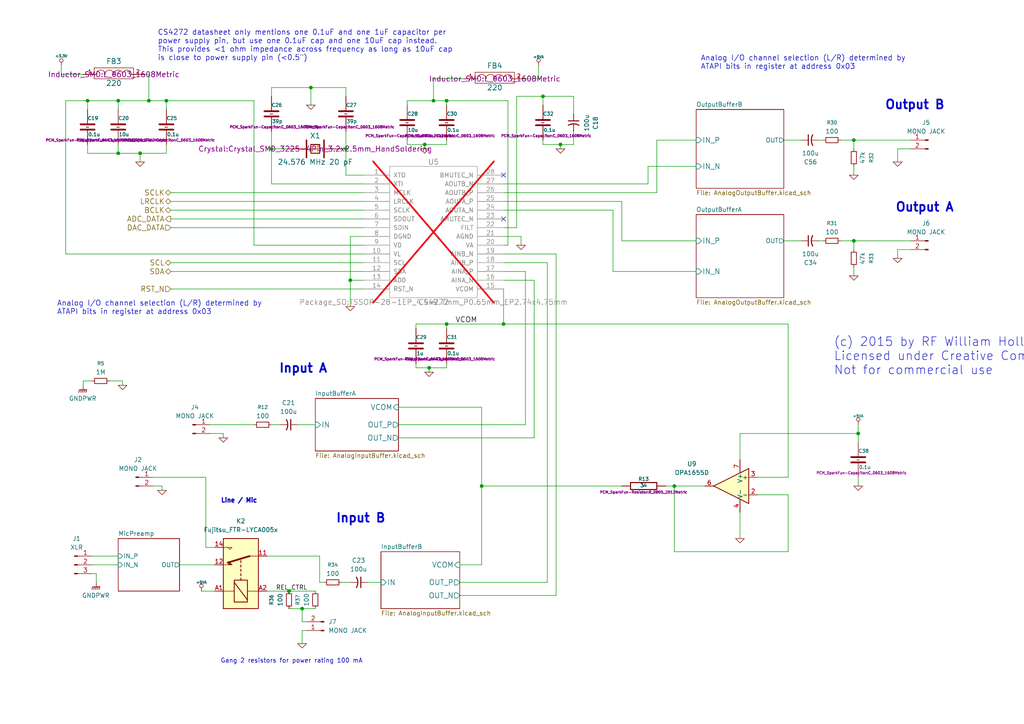
<source format=kicad_sch>
(kicad_sch (version 20250114) (generator "eeschema") (generator_version "9.0")
  (paper "A4")
  (title_block (title "24 bit audio board for Teensy 3.x") (date "10 may 2015") (rev "0.1a") (company "RF William Hollender"))
  (text "Gang 2 resistors for power rating 100 mA\n" (at 84.582 191.77 0) (effects (font (size 1.27 1.27))))
  (text "Output B" (at 256.54 32.004 0) (effects (font (size 2.54 2.54) (thickness 0.508) (bold yes)) (justify left bottom)))
  (text "CS4272 datasheet only mentions one 0.1uF and one 1uF capacitor per\npower supply pin, but use one 0.1uF cap and one 10uF cap instead.\nThis provides <1 ohm impedance across frequency as long as 10uF cap\nis close to power supply pin (<0.5\")" (at 45.72 17.78 0) (effects (font (size 1.524 1.524)) (justify left bottom)))
  (text "Input B" (at 97.282 151.892 0) (effects (font (size 2.54 2.54) (thickness 0.508) (bold yes)) (justify left bottom)))
  (text "(c) 2015 by RF William Hollender (whollender@gmail.com)\nLicensed under Creative Commons CC-BY-SA-NC v4.0\nNot for commercial use" (at 241.808 108.966 0) (effects (font (size 2.54 2.54)) (justify left bottom)))
  (text "Analog I/O channel selection (L/R) determined by\nATAPI bits in register at address 0x03" (at 16.51 91.44 0) (effects (font (size 1.524 1.524)) (justify left bottom)))
  (text "Line / Mic" (at 64.008 146.05 0) (effects (font (size 1.27 1.27) (thickness 0.508) (bold yes)) (justify left bottom)))
  (text "Output A" (at 259.588 61.722 0) (effects (font (size 2.54 2.54) (thickness 0.508) (bold yes)) (justify left bottom)))
  (text "Input A" (at 80.772 108.458 0) (effects (font (size 2.54 2.54) (thickness 0.508) (bold yes)) (justify left bottom)))
  (text "Analog I/O channel selection (L/R) determined by\nATAPI bits in register at address 0x03" (at 203.2 20.32 0) (effects (font (size 1.524 1.524)) (justify left bottom)))
  (junction (at 124.46 106.68))
  (junction (at 78.74 43.18))
  (junction (at 25.4 29.21))
  (junction (at 129.54 93.98))
  (junction (at 247.65 69.85))
  (junction (at 43.18 29.21))
  (junction (at 101.6 81.28))
  (junction (at 139.7 140.97))
  (junction (at 87.63 176.53))
  (junction (at 125.73 29.21))
  (junction (at 34.29 29.21))
  (junction (at 247.65 40.64))
  (junction (at 90.17 25.4))
  (junction (at 34.29 44.45))
  (junction (at 195.58 140.97))
  (junction (at 48.26 29.21))
  (junction (at 123.19 41.91))
  (junction (at 40.64 44.45))
  (junction (at 129.54 29.21))
  (junction (at 146.05 93.98))
  (junction (at 100.33 43.18))
  (junction (at 162.56 41.91))
  (junction (at 157.48 27.94))
  (junction (at 248.92 125.73))
  (junction (at 83.82 171.45))
  (no_connect (at 146.05 63.5))
  (no_connect (at 146.05 50.8))
  (wire (pts (xy 158.75 76.2) (xy 146.05 76.2)))
  (wire (pts (xy 78.74 53.34) (xy 105.41 53.34)))
  (wire (pts (xy 247.65 40.64) (xy 264.16 40.64)))
  (wire (pts (xy 243.84 69.85) (xy 247.65 69.85)))
  (wire (pts (xy 146.05 60.96) (xy 177.8 60.96)))
  (wire (pts (xy 180.34 69.85) (xy 201.93 69.85)))
  (wire (pts (xy 64.77 127) (xy 64.77 125.73)))
  (wire (pts (xy 41.91 21.59) (xy 43.18 21.59)))
  (wire (pts (xy 48.26 31.75) (xy 48.26 29.21)))
  (wire (pts (xy 146.05 83.82) (xy 146.05 93.98)))
  (wire (pts (xy 247.65 48.26) (xy 247.65 50.8)))
  (wire (pts (xy 156.21 22.86) (xy 152.4 22.86)))
  (wire (pts (xy 24.13 111.76) (xy 24.13 110.49)))
  (wire (pts (xy 115.57 127) (xy 154.94 127)))
  (wire (pts (xy 87.63 180.34) (xy 87.63 176.53)))
  (wire (pts (xy 129.54 93.98) (xy 146.05 93.98)))
  (wire (pts (xy 25.4 44.45) (xy 25.4 41.91)))
  (wire (pts (xy 134.62 22.86) (xy 125.73 22.86)))
  (wire (pts (xy 129.54 106.68) (xy 129.54 105.41)))
  (wire (pts (xy 105.41 60.96) (xy 49.53 60.96)))
  (wire (pts (xy 26.67 166.37) (xy 27.94 166.37)))
  (wire (pts (xy 17.78 21.59) (xy 17.78 19.05)))
  (wire (pts (xy 73.66 29.21) (xy 48.26 29.21)))
  (wire (pts (xy 139.7 140.97) (xy 139.7 163.83)))
  (wire (pts (xy 35.56 110.49) (xy 35.56 111.76)))
  (wire (pts (xy 78.74 123.19) (xy 81.28 123.19)))
  (wire (pts (xy 83.82 176.53) (xy 87.63 176.53)))
  (wire (pts (xy 139.7 118.11) (xy 139.7 140.97)))
  (wire (pts (xy 228.6 160.02) (xy 195.58 160.02)))
  (wire (pts (xy 237.49 40.64) (xy 238.76 40.64)))
  (wire (pts (xy 34.29 44.45) (xy 40.64 44.45)))
  (wire (pts (xy 100.33 50.8) (xy 105.41 50.8)))
  (wire (pts (xy 180.34 58.42) (xy 180.34 69.85)))
  (wire (pts (xy 180.34 140.97) (xy 139.7 140.97)))
  (wire (pts (xy 123.19 41.91) (xy 129.54 41.91)))
  (wire (pts (xy 146.05 55.88) (xy 190.5 55.88)))
  (wire (pts (xy 46.99 140.97) (xy 46.99 142.24)))
  (wire (pts (xy 214.63 148.59) (xy 214.63 156.21)))
  (wire (pts (xy 105.41 78.74) (xy 49.53 78.74)))
  (wire (pts (xy 146.05 71.12) (xy 147.32 71.12)))
  (wire (pts (xy 25.4 44.45) (xy 34.29 44.45)))
  (wire (pts (xy 133.35 168.91) (xy 158.75 168.91)))
  (wire (pts (xy 77.47 161.29) (xy 92.71 161.29)))
  (wire (pts (xy 158.75 76.2) (xy 158.75 168.91)))
  (wire (pts (xy 115.57 123.19) (xy 152.4 123.19)))
  (wire (pts (xy 260.35 74.93) (xy 260.35 72.39)))
  (wire (pts (xy 27.94 166.37) (xy 27.94 168.91)))
  (wire (pts (xy 87.63 182.88) (xy 88.9 182.88)))
  (wire (pts (xy 48.26 44.45) (xy 48.26 41.91)))
  (wire (pts (xy 105.41 73.66) (xy 19.05 73.66)))
  (wire (pts (xy 48.26 29.21) (xy 43.18 29.21)))
  (wire (pts (xy 101.6 81.28) (xy 101.6 88.9)))
  (wire (pts (xy 157.48 27.94) (xy 166.37 27.94)))
  (wire (pts (xy 26.67 163.83) (xy 34.29 163.83)))
  (wire (pts (xy 64.77 125.73) (xy 60.96 125.73)))
  (wire (pts (xy 34.29 41.91) (xy 34.29 44.45)))
  (wire (pts (xy 78.74 25.4) (xy 78.74 27.94)))
  (wire (pts (xy 118.11 41.91) (xy 123.19 41.91)))
  (wire (pts (xy 25.4 29.21) (xy 19.05 29.21)))
  (wire (pts (xy 105.41 71.12) (xy 73.66 71.12)))
  (wire (pts (xy 24.13 110.49) (xy 26.67 110.49)))
  (wire (pts (xy 247.65 77.47) (xy 247.65 80.01)))
  (wire (pts (xy 124.46 107.95) (xy 124.46 106.68)))
  (wire (pts (xy 106.68 168.91) (xy 110.49 168.91)))
  (wire (pts (xy 214.63 125.73) (xy 214.63 133.35)))
  (wire (pts (xy 227.33 40.64) (xy 232.41 40.64)))
  (wire (pts (xy 60.96 123.19) (xy 73.66 123.19)))
  (wire (pts (xy 78.74 38.1) (xy 78.74 43.18)))
  (wire (pts (xy 87.63 186.69) (xy 87.63 182.88)))
  (wire (pts (xy 147.32 71.12) (xy 147.32 29.21)))
  (wire (pts (xy 31.75 110.49) (xy 35.56 110.49)))
  (wire (pts (xy 154.94 81.28) (xy 146.05 81.28)))
  (wire (pts (xy 193.04 140.97) (xy 195.58 140.97)))
  (wire (pts (xy 190.5 40.64) (xy 201.93 40.64)))
  (wire (pts (xy 120.65 105.41) (xy 120.65 106.68)))
  (wire (pts (xy 49.53 55.88) (xy 105.41 55.88)))
  (wire (pts (xy 73.66 71.12) (xy 73.66 29.21)))
  (wire (pts (xy 154.94 127) (xy 154.94 81.28)))
  (wire (pts (xy 161.29 73.66) (xy 146.05 73.66)))
  (wire (pts (xy 59.69 158.75) (xy 62.23 158.75)))
  (wire (pts (xy 157.48 41.91) (xy 162.56 41.91)))
  (wire (pts (xy 87.63 176.53) (xy 91.44 176.53)))
  (wire (pts (xy 195.58 140.97) (xy 204.47 140.97)))
  (wire (pts (xy 125.73 29.21) (xy 118.11 29.21)))
  (wire (pts (xy 52.07 163.83) (xy 62.23 163.83)))
  (wire (pts (xy 149.86 27.94) (xy 157.48 27.94)))
  (wire (pts (xy 129.54 95.25) (xy 129.54 93.98)))
  (wire (pts (xy 219.71 138.43) (xy 228.6 138.43)))
  (wire (pts (xy 49.53 83.82) (xy 105.41 83.82)))
  (wire (pts (xy 151.13 68.58) (xy 151.13 71.12)))
  (wire (pts (xy 146.05 68.58) (xy 151.13 68.58)))
  (wire (pts (xy 147.32 29.21) (xy 129.54 29.21)))
  (wire (pts (xy 146.05 53.34) (xy 187.96 53.34)))
  (wire (pts (xy 49.53 63.5) (xy 105.41 63.5)))
  (wire (pts (xy 105.41 81.28) (xy 101.6 81.28)))
  (wire (pts (xy 100.33 43.18) (xy 100.33 50.8)))
  (wire (pts (xy 43.18 21.59) (xy 43.18 29.21)))
  (wire (pts (xy 139.7 163.83) (xy 133.35 163.83)))
  (wire (pts (xy 157.48 30.48) (xy 157.48 27.94)))
  (wire (pts (xy 146.05 58.42) (xy 180.34 58.42)))
  (wire (pts (xy 120.65 93.98) (xy 129.54 93.98)))
  (wire (pts (xy 118.11 40.64) (xy 118.11 41.91)))
  (wire (pts (xy 59.69 138.43) (xy 59.69 158.75)))
  (wire (pts (xy 40.64 46.99) (xy 40.64 44.45)))
  (wire (pts (xy 139.7 118.11) (xy 115.57 118.11)))
  (wire (pts (xy 187.96 48.26) (xy 201.93 48.26)))
  (wire (pts (xy 120.65 106.68) (xy 124.46 106.68)))
  (wire (pts (xy 105.41 66.04) (xy 49.53 66.04)))
  (wire (pts (xy 44.45 138.43) (xy 59.69 138.43)))
  (wire (pts (xy 161.29 73.66) (xy 161.29 172.72)))
  (wire (pts (xy 92.71 161.29) (xy 92.71 168.91)))
  (wire (pts (xy 91.44 171.45) (xy 83.82 171.45)))
  (wire (pts (xy 19.05 73.66) (xy 19.05 29.21)))
  (wire (pts (xy 78.74 43.18) (xy 78.74 53.34)))
  (wire (pts (xy 149.86 66.04) (xy 146.05 66.04)))
  (wire (pts (xy 129.54 29.21) (xy 125.73 29.21)))
  (wire (pts (xy 40.64 44.45) (xy 48.26 44.45)))
  (wire (pts (xy 260.35 46.99) (xy 260.35 43.18)))
  (wire (pts (xy 44.45 140.97) (xy 46.99 140.97)))
  (wire (pts (xy 26.67 161.29) (xy 34.29 161.29)))
  (wire (pts (xy 58.42 171.45) (xy 62.23 171.45)))
  (wire (pts (xy 190.5 55.88) (xy 190.5 40.64)))
  (wire (pts (xy 86.36 123.19) (xy 91.44 123.19)))
  (wire (pts (xy 248.92 138.43) (xy 248.92 140.97)))
  (wire (pts (xy 90.17 25.4) (xy 100.33 25.4)))
  (wire (pts (xy 260.35 72.39) (xy 264.16 72.39)))
  (wire (pts (xy 24.13 21.59) (xy 17.78 21.59)))
  (wire (pts (xy 129.54 41.91) (xy 129.54 40.64)))
  (wire (pts (xy 90.17 30.48) (xy 90.17 25.4)))
  (wire (pts (xy 120.65 93.98) (xy 120.65 95.25)))
  (wire (pts (xy 187.96 53.34) (xy 187.96 48.26)))
  (wire (pts (xy 129.54 30.48) (xy 129.54 29.21)))
  (wire (pts (xy 247.65 40.64) (xy 247.65 43.18)))
  (wire (pts (xy 92.71 168.91) (xy 93.98 168.91)))
  (wire (pts (xy 149.86 27.94) (xy 149.86 66.04)))
  (wire (pts (xy 248.92 128.27) (xy 248.92 125.73)))
  (wire (pts (xy 177.8 60.96) (xy 177.8 78.74)))
  (wire (pts (xy 100.33 38.1) (xy 100.33 43.18)))
  (wire (pts (xy 105.41 68.58) (xy 101.6 68.58)))
  (wire (pts (xy 118.11 29.21) (xy 118.11 30.48)))
  (wire (pts (xy 123.19 43.18) (xy 123.19 41.91)))
  (wire (pts (xy 248.92 125.73) (xy 248.92 123.19)))
  (wire (pts (xy 260.35 43.18) (xy 264.16 43.18)))
  (wire (pts (xy 146.05 93.98) (xy 228.6 93.98)))
  (wire (pts (xy 88.9 180.34) (xy 87.63 180.34)))
  (wire (pts (xy 125.73 22.86) (xy 125.73 29.21)))
  (wire (pts (xy 124.46 106.68) (xy 129.54 106.68)))
  (wire (pts (xy 34.29 29.21) (xy 25.4 29.21)))
  (wire (pts (xy 49.53 58.42) (xy 105.41 58.42)))
  (wire (pts (xy 195.58 160.02) (xy 195.58 140.97)))
  (wire (pts (xy 100.33 25.4) (xy 100.33 27.94)))
  (wire (pts (xy 157.48 40.64) (xy 157.48 41.91)))
  (wire (pts (xy 49.53 76.2) (xy 105.41 76.2)))
  (wire (pts (xy 156.21 19.05) (xy 156.21 22.86)))
  (wire (pts (xy 219.71 143.51) (xy 228.6 143.51)))
  (wire (pts (xy 247.65 69.85) (xy 247.65 72.39)))
  (wire (pts (xy 152.4 78.74) (xy 146.05 78.74)))
  (wire (pts (xy 177.8 78.74) (xy 201.93 78.74)))
  (wire (pts (xy 166.37 27.94) (xy 166.37 33.02)))
  (wire (pts (xy 237.49 69.85) (xy 238.76 69.85)))
  (wire (pts (xy 25.4 29.21) (xy 25.4 31.75)))
  (wire (pts (xy 133.35 172.72) (xy 161.29 172.72)))
  (wire (pts (xy 162.56 43.18) (xy 162.56 41.91)))
  (wire (pts (xy 152.4 123.19) (xy 152.4 78.74)))
  (wire (pts (xy 228.6 93.98) (xy 228.6 138.43)))
  (wire (pts (xy 78.74 25.4) (xy 90.17 25.4)))
  (wire (pts (xy 43.18 29.21) (xy 34.29 29.21)))
  (wire (pts (xy 214.63 125.73) (xy 248.92 125.73)))
  (wire (pts (xy 166.37 38.1) (xy 166.37 41.91)))
  (wire (pts (xy 228.6 143.51) (xy 228.6 160.02)))
  (wire (pts (xy 243.84 40.64) (xy 247.65 40.64)))
  (wire (pts (xy 247.65 69.85) (xy 264.16 69.85)))
  (wire (pts (xy 101.6 68.58) (xy 101.6 81.28)))
  (wire (pts (xy 83.82 43.18) (xy 78.74 43.18)))
  (wire (pts (xy 99.06 43.18) (xy 100.33 43.18)))
  (wire (pts (xy 99.06 168.91) (xy 101.6 168.91)))
  (wire (pts (xy 162.56 41.91) (xy 166.37 41.91)))
  (wire (pts (xy 77.47 171.45) (xy 83.82 171.45)))
  (wire (pts (xy 34.29 31.75) (xy 34.29 29.21)))
  (wire (pts (xy 227.33 69.85) (xy 232.41 69.85)))
  (label "REL_CTRL" (at 80.01 171.45 0))
  (label "VCOM" (at 138.43 93.98 180) (effects (font (size 1.524 1.524))))
  (hierarchical_label "SDA" (shape bidirectional) (at 49.53 78.74 180) (effects (font (size 1.524 1.524))))
  (hierarchical_label "SCL" (shape bidirectional) (at 49.53 76.2 180) (effects (font (size 1.524 1.524))))
  (hierarchical_label "BCLK" (shape bidirectional) (at 49.53 60.96 180) (effects (font (size 1.524 1.524))))
  (hierarchical_label "DAC_DATA" (shape input) (at 49.53 66.04 180) (effects (font (size 1.524 1.524))))
  (hierarchical_label "RST_N" (shape input) (at 49.53 83.82 180) (effects (font (size 1.524 1.524))))
  (hierarchical_label "LRCLK" (shape bidirectional) (at 49.53 58.42 180) (effects (font (size 1.524 1.524))))
  (hierarchical_label "SCLK" (shape bidirectional) (at 49.53 55.88 180) (effects (font (size 1.524 1.524))))
  (hierarchical_label "ADC_DATA" (shape output) (at 49.53 63.5 180) (effects (font (size 1.524 1.524))))
  (symbol (lib_name "CS4272_2") (lib_id "SuperAudioBoard-rescue:CS4272") (at 125.73 67.31 0) (unit 1) (dnp yes)
    (property "Reference" "U5" (at 125.73 46.99 0) (effects (font (size 1.524 1.524))))
    (property "Value" "CS4272" (at 125.73 87.63 0) (effects (font (size 1.524 1.524))))
    (property "Footprint" "Package_SO:TSSOP-28-1EP_4.4x9.7mm_P0.65mm_EP2.74x4.75mm" (at 125.73 87.63 0) (effects (font (size 1.524 1.524))))
    (property "Datasheet" "~" (at 125.73 87.63 0) (effects (font (size 1.524 1.524))))
    (property "MFG 1 Name" "Cirrus Logic" (effects (hide yes)))
    (property "MFG1 PN" "CS4272-CZZ" (effects (hide yes)))
    (property "MPN" "CS4272" (effects (hide yes)))
  )
  (symbol (lib_name "CRYSTAL_2") (lib_id "SuperAudioBoard-rescue:CRYSTAL") (at 91.44 43.18 0) (unit 1)
    (property "Reference" "X1" (at 91.44 39.37 0) (effects (font (size 1.524 1.524))))
    (property "Value" "24.576 MHz 20 pF" (at 91.44 46.99 0) (effects (font (size 1.524 1.524))))
    (property "Footprint" "Crystal:Crystal_SMD_3225-4Pin_3.2x2.5mm_HandSoldering" (at 91.44 43.18 0) (effects (font (size 1.524 1.524))))
    (property "Datasheet" "~" (at 91.44 43.18 0) (effects (font (size 1.524 1.524))))
    (property "MFG 1 Name" "ECS" (effects (hide yes)))
    (property "MFG1 PN" "ECS-245.7-20-5PX-TR " (effects (hide yes)))
    (property "MFG 2 Name" "TXC" (effects (hide yes)))
    (property "MFG 2 PN" "9C-24.576MBBK-T" (effects (hide yes)))
    (property "MPN" "ECS-245.7-20-5PX-TR " (effects (hide yes)))
  )
  (symbol (lib_name "C_17") (lib_id "SuperAudioBoard-rescue:C") (at 78.74 33.02 0) (unit 1)
    (property "Reference" "C26" (at 78.74 30.48 0) (effects (font (size 1.016 1.016)) (justify left)))
    (property "Value" "39p" (at 78.8924 35.179 0) (effects (font (size 1.016 1.016)) (justify left)))
    (property "Footprint" "PCM_SparkFun-Capacitor:C_0603_1608Metric" (at 79.7052 36.83 0) (effects (font (size 0.762 0.762))))
    (property "Datasheet" "~" (at 78.74 33.02 0) (effects (font (size 1.524 1.524))))
    (property "MFG 1 Name" "Murata" (effects (hide yes)))
    (property "MFG1 PN" "GRM1885C1H390JA01D" (effects (hide yes)))
    (property "MFG 2 Name" "TDK" (effects (hide yes)))
    (property "MFG 2 PN" "C1608C0G1H390J080AA" (effects (hide yes)))
    (property "MFG 3 Name" "AVX" (effects (hide yes)))
    (property "MFG 3 PN" "06035A390JAT2A" (effects (hide yes)))
    (property "MPN" "KGM15ACG1E390JT" (effects (hide yes)))
  )
  (symbol (lib_name "GND_24") (lib_id "SuperAudioBoard-rescue:GND") (at 90.17 30.48 0) (unit 1)
    (property "Reference" "#PWR026" (effects (hide yes)))
    (property "Value" "GND" (effects (hide yes)))
  )
  (symbol (lib_name "GND_25") (lib_id "SuperAudioBoard-rescue:GND") (at 40.64 46.99 0) (unit 1)
    (property "Reference" "#PWR025" (effects (hide yes)))
    (property "Value" "GND" (effects (hide yes)))
  )
  (symbol (lib_name "+3.3V_2") (lib_id "SuperAudioBoard-rescue:+3.3V") (at 17.78 19.05 0) (unit 1)
    (property "Reference" "#PWR020" (effects (hide yes)))
    (property "Value" "+3.3V" (at 17.78 16.256 0) (effects (font (size 0.762 0.762))))
  )
  (symbol (lib_name "FILTER_4") (lib_id "SuperAudioBoard-rescue:FILTER") (at 33.02 21.59 0) (unit 1)
    (property "Reference" "FB3" (at 33.02 17.78 0) (effects (font (size 1.524 1.524))))
    (property "Value" "220" (at 33.02 24.13 0) (effects (font (size 1.524 1.524))))
    (property "Footprint" "Inductor_SMD:L_0603_1608Metric" (at 33.02 21.59 0) (effects (font (size 1.524 1.524))))
    (property "Datasheet" "~" (at 33.02 21.59 0) (effects (font (size 1.524 1.524))))
    (property "MFG 1 Name" "Murata" (effects (hide yes)))
    (property "MFG1 PN" "BLM18AG221SN1" (effects (hide yes)))
    (property "MFG 2 Name" "TDK" (effects (hide yes)))
    (property "MFG 2 PN" "MMZ1608B221CTAH0" (effects (hide yes)))
    (property "MPN" "MMZ1608B221CTAH0 " (effects (hide yes)))
  )
  (symbol (lib_name "GND_26") (lib_id "SuperAudioBoard-rescue:GND") (at 101.6 88.9 0) (unit 1)
    (property "Reference" "#PWR027" (effects (hide yes)))
    (property "Value" "GND" (effects (hide yes)))
  )
  (symbol (lib_name "GND_27") (lib_id "SuperAudioBoard-rescue:GND") (at 123.19 43.18 0) (unit 1)
    (property "Reference" "#PWR028" (effects (hide yes)))
    (property "Value" "GND" (effects (hide yes)))
  )
  (symbol (lib_name "C_13") (lib_id "SuperAudioBoard-rescue:C") (at 157.48 35.56 0) (unit 1)
    (property "Reference" "C32" (at 157.48 33.02 0) (effects (font (size 1.016 1.016)) (justify left)))
    (property "Value" "0.1u" (at 157.6324 37.719 0) (effects (font (size 1.016 1.016)) (justify left)))
    (property "Footprint" "PCM_SparkFun-Capacitor:C_0603_1608Metric" (at 158.4452 39.37 0) (effects (font (size 0.762 0.762))))
    (property "Datasheet" "~" (at 157.48 35.56 0) (effects (font (size 1.524 1.524))))
    (property "MFG 1 Name" "Murata" (effects (hide yes)))
    (property "MFG1 PN" "GRM188R71E104KA01" (effects (hide yes)))
    (property "MFG 2 Name" "TDK" (effects (hide yes)))
    (property "MFG 2 PN" "C1608X7R1E104K080AA" (effects (hide yes)))
    (property "MPN" "CL10B104KB8NNNL" (effects (hide yes)))
  )
  (symbol (lib_name "GND_18") (lib_id "SuperAudioBoard-rescue:GND") (at 162.56 43.18 0) (unit 1)
    (property "Reference" "#PWR032" (effects (hide yes)))
    (property "Value" "GND" (effects (hide yes)))
  )
  (symbol (lib_name "C_22") (lib_id "SuperAudioBoard-rescue:C") (at 120.65 100.33 0) (unit 1)
    (property "Reference" "C29" (at 120.65 97.79 0) (effects (font (size 1.016 1.016)) (justify left)))
    (property "Value" "1u" (at 120.8024 102.489 0) (effects (font (size 1.016 1.016)) (justify left)))
    (property "Footprint" "PCM_SparkFun-Capacitor:C_0603_1608Metric" (at 121.6152 104.14 0) (effects (font (size 0.762 0.762))))
    (property "Datasheet" "~" (at 120.65 100.33 0) (effects (font (size 1.524 1.524))))
    (property "MFG 1 Name" "TDK" (effects (hide yes)))
    (property "MFG1 PN" "C2012X7R1E105K125AB" (effects (hide yes)))
    (property "MFG 2 Name" "Taiyo Yuden" (effects (hide yes)))
    (property "MFG 2 PN" "TMK212B7105KG-T" (effects (hide yes)))
    (property "MFG 3 Name" "Kemet" (effects (hide yes)))
    (property "MFG 3 PN" "C0805C105K3RACTU" (effects (hide yes)))
    (property "MPN" "CL10B105KP8NNNC" (effects (hide yes)))
  )
  (symbol (lib_name "GND_28") (lib_id "SuperAudioBoard-rescue:GND") (at 124.46 107.95 0) (unit 1)
    (property "Reference" "#PWR029" (effects (hide yes)))
    (property "Value" "GND" (effects (hide yes)))
  )
  (symbol (lib_name "GND_17") (lib_id "SuperAudioBoard-rescue:GND") (at 151.13 71.12 0) (unit 1)
    (property "Reference" "#PWR030" (effects (hide yes)))
    (property "Value" "GND" (effects (hide yes)))
  )
  (symbol (lib_name "+5VA_3") (lib_id "SuperAudioBoard-rescue:+5VA") (at 156.21 19.05 0) (unit 1)
    (property "Reference" "#PWR031" (effects (hide yes)))
    (property "Value" "+5VA" (at 156.21 16.51 0) (effects (font (size 0.762 0.762))))
  )
  (symbol (lib_name "+5VA_4") (lib_id "SuperAudioBoard-rescue:+5VA") (at 248.92 123.19 0) (unit 1)
    (property "Reference" "#PWR036" (effects (hide yes)))
    (property "Value" "+5VA" (at 248.92 120.65 0) (effects (font (size 0.762 0.762))))
  )
  (symbol (lib_name "GND_19") (lib_id "SuperAudioBoard-rescue:GND") (at 248.92 140.97 0) (unit 1)
    (property "Reference" "#PWR035" (effects (hide yes)))
    (property "Value" "GND" (effects (hide yes)))
  )
  (symbol (lib_name "GND_21") (lib_id "SuperAudioBoard-rescue:GND") (at 214.63 156.21 0) (unit 1)
    (property "Reference" "#PWR033" (effects (hide yes)))
    (property "Value" "GND" (effects (hide yes)))
  )
  (symbol (lib_name "R_8") (lib_id "SuperAudioBoard-rescue:R") (at 186.69 140.97 90) (unit 1)
    (property "Reference" "R13" (at 186.69 138.938 90) (effects (font (size 1.016 1.016))))
    (property "Value" "34" (at 186.6646 140.7922 90) (effects (font (size 1.016 1.016))))
    (property "Footprint" "PCM_SparkFun-Resistor:R_0805_2012Metric" (at 186.69 142.748 90) (effects (font (size 0.762 0.762))))
    (property "Datasheet" "~" (at 186.69 140.97 0) (effects (font (size 0.762 0.762))))
    (property "MFG 1 Name" "Yageo" (effects (hide yes)))
    (property "MFG1 PN" "RC0805JR-0710RL" (effects (hide yes)))
    (property "MFG 2 Name" "Vishay Dale" (effects (hide yes)))
    (property "MFG 2 PN" "CRCW080510R0JNEA" (effects (hide yes)))
    (property "MFG 3 Name" "Panasonic" (effects (hide yes)))
    (property "MFG 3 PN" "ERJ-6GEYJ100V" (effects (hide yes)))
    (property "MPN" "CRCW080534R0FKEA" (effects (hide yes)))
  )
  (symbol (lib_name "FILTER_3") (lib_id "SuperAudioBoard-rescue:FILTER") (at 143.51 22.86 0) (unit 1)
    (property "Reference" "FB4" (at 143.51 19.05 0) (effects (font (size 1.524 1.524))))
    (property "Value" "220" (at 143.51 25.4 0) (effects (font (size 1.524 1.524))))
    (property "Footprint" "Inductor_SMD:L_0603_1608Metric" (at 143.51 22.86 0) (effects (font (size 1.524 1.524))))
    (property "Datasheet" "~" (at 143.51 22.86 0) (effects (font (size 1.524 1.524))))
    (property "MFG 1 Name" "Murata" (effects (hide yes)))
    (property "MFG1 PN" "BLM18AG221SN1" (effects (hide yes)))
    (property "MFG 2 Name" "TDK" (effects (hide yes)))
    (property "MFG 2 PN" "MMZ1608B221CTAH0" (effects (hide yes)))
    (property "MPN" "MMZ1608B221CTAH0 " (effects (hide yes)))
  )
  (symbol (lib_name "C_14") (lib_id "SuperAudioBoard-rescue:C") (at 129.54 35.56 0) (unit 1)
    (property "Reference" "C30" (at 129.54 33.02 0) (effects (font (size 1.016 1.016)) (justify left)))
    (property "Value" "0.1u" (at 129.6924 37.719 0) (effects (font (size 1.016 1.016)) (justify left)))
    (property "Footprint" "PCM_SparkFun-Capacitor:C_0603_1608Metric" (at 130.5052 39.37 0) (effects (font (size 0.762 0.762))))
    (property "Datasheet" "~" (at 129.54 35.56 0) (effects (font (size 1.524 1.524))))
    (property "MFG 1 Name" "Murata" (effects (hide yes)))
    (property "MFG1 PN" "GRM188R71E104KA01" (effects (hide yes)))
    (property "MFG 2 Name" "TDK" (effects (hide yes)))
    (property "MFG 2 PN" "C1608X7R1E104K080AA" (effects (hide yes)))
    (property "MPN" "CL10B104KB8NNNL" (effects (hide yes)))
  )
  (symbol (lib_name "C_16") (lib_id "SuperAudioBoard-rescue:C") (at 48.26 36.83 0) (unit 1)
    (property "Reference" "C25" (at 48.26 34.29 0) (effects (font (size 1.016 1.016)) (justify left)))
    (property "Value" "0.1u" (at 48.4124 38.989 0) (effects (font (size 1.016 1.016)) (justify left)))
    (property "Footprint" "PCM_SparkFun-Capacitor:C_0603_1608Metric" (at 49.2252 40.64 0) (effects (font (size 0.762 0.762))))
    (property "Datasheet" "~" (at 48.26 36.83 0) (effects (font (size 1.524 1.524))))
    (property "MFG 1 Name" "Murata" (effects (hide yes)))
    (property "MFG1 PN" "GRM188R71E104KA01" (effects (hide yes)))
    (property "MFG 2 Name" "TDK" (effects (hide yes)))
    (property "MFG 2 PN" "C1608X7R1E104K080AA" (effects (hide yes)))
    (property "MPN" "CL10B104KB8NNNL" (effects (hide yes)))
  )
  (symbol (lib_name "C_19") (lib_id "SuperAudioBoard-rescue:C") (at 25.4 36.83 0) (unit 1)
    (property "Reference" "C19" (at 25.4 34.29 0) (effects (font (size 1.016 1.016)) (justify left)))
    (property "Value" "0.1u" (at 25.5524 38.989 0) (effects (font (size 1.016 1.016)) (justify left)))
    (property "Footprint" "PCM_SparkFun-Capacitor:C_0603_1608Metric" (at 26.3652 40.64 0) (effects (font (size 0.762 0.762))))
    (property "Datasheet" "~" (at 25.4 36.83 0) (effects (font (size 1.524 1.524))))
    (property "MFG 1 Name" "Murata" (effects (hide yes)))
    (property "MFG1 PN" "GRM188R71E104KA01" (effects (hide yes)))
    (property "MFG 2 Name" "TDK" (effects (hide yes)))
    (property "MFG 2 PN" "C1608X7R1E104K080AA" (effects (hide yes)))
    (property "MPN" "CL10B104KB8NNNL" (effects (hide yes)))
  )
  (symbol (lib_name "C_12") (lib_id "SuperAudioBoard-rescue:C") (at 129.54 100.33 0) (unit 1)
    (property "Reference" "C31" (at 129.54 97.79 0) (effects (font (size 1.016 1.016)) (justify left)))
    (property "Value" "0.1u" (at 129.6924 102.489 0) (effects (font (size 1.016 1.016)) (justify left)))
    (property "Footprint" "PCM_SparkFun-Capacitor:C_0603_1608Metric" (at 130.5052 104.14 0) (effects (font (size 0.762 0.762))))
    (property "Datasheet" "~" (at 129.54 100.33 0) (effects (font (size 1.524 1.524))))
    (property "MFG 1 Name" "Murata" (effects (hide yes)))
    (property "MFG1 PN" "GRM188R71E104KA01" (effects (hide yes)))
    (property "MFG 2 Name" "TDK" (effects (hide yes)))
    (property "MFG 2 PN" "C1608X7R1E104K080AA" (effects (hide yes)))
    (property "MPN" "CL10B104KB8NNNL" (effects (hide yes)))
  )
  (symbol (lib_name "C_15") (lib_id "SuperAudioBoard-rescue:C") (at 248.92 133.35 0) (unit 1)
    (property "Reference" "C38" (at 248.92 130.81 0) (effects (font (size 1.016 1.016)) (justify left)))
    (property "Value" "0.1u" (at 249.0724 135.509 0) (effects (font (size 1.016 1.016)) (justify left)))
    (property "Footprint" "PCM_SparkFun-Capacitor:C_0603_1608Metric" (at 249.8852 137.16 0) (effects (font (size 0.762 0.762))))
    (property "Datasheet" "~" (at 248.92 133.35 0) (effects (font (size 1.524 1.524))))
    (property "MFG 1 Name" "Murata" (effects (hide yes)))
    (property "MFG1 PN" "GRM188R71E104KA01" (effects (hide yes)))
    (property "MFG 2 Name" "TDK" (effects (hide yes)))
    (property "MFG 2 PN" "C1608X7R1E104K080AA" (effects (hide yes)))
    (property "MPN" "CL10B104KB8NNNL" (effects (hide yes)))
  )
  (symbol (lib_name "C_20") (lib_id "SuperAudioBoard-rescue:C") (at 34.29 36.83 0) (unit 1)
    (property "Reference" "C20" (at 34.29 34.29 0) (effects (font (size 1.016 1.016)) (justify left)))
    (property "Value" "10u" (at 34.4424 38.989 0) (effects (font (size 1.016 1.016)) (justify left)))
    (property "Footprint" "PCM_SparkFun-Capacitor:C_0805_2012Metric" (at 35.2552 40.64 0) (effects (font (size 0.762 0.762))))
    (property "Datasheet" "~" (at 34.29 36.83 0) (effects (font (size 1.524 1.524))))
    (property "MFG 1 Name" "Murata" (effects (hide yes)))
    (property "MFG1 PN" "GRM32DR71E106KA12" (effects (hide yes)))
    (property "MFG 2 Name" "TDK" (effects (hide yes)))
    (property "MFG 2 PN" "C3225X7R1E106K250AC" (effects (hide yes)))
    (property "MPN" "CL21A106KAYNNNG" (effects (hide yes)))
    (property "Voltage" "25V" (effects (hide yes)))
  )
  (symbol (lib_name "C_21") (lib_id "SuperAudioBoard-rescue:C") (at 118.11 35.56 0) (unit 1)
    (property "Reference" "C28" (at 118.11 33.02 0) (effects (font (size 1.016 1.016)) (justify left)))
    (property "Value" "10u" (at 118.2624 37.719 0) (effects (font (size 1.016 1.016)) (justify left)))
    (property "Footprint" "PCM_SparkFun-Capacitor:C_0805_2012Metric" (at 119.0752 39.37 0) (effects (font (size 0.762 0.762))))
    (property "Datasheet" "~" (at 118.11 35.56 0) (effects (font (size 1.524 1.524))))
    (property "MFG 1 Name" "Murata" (effects (hide yes)))
    (property "MFG1 PN" "GRM32DR71E106KA12" (effects (hide yes)))
    (property "MFG 2 Name" "TDK" (effects (hide yes)))
    (property "MFG 2 PN" "C3225X7R1E106K250AC" (effects (hide yes)))
    (property "MPN" "CL21A106KAYNNNG" (effects (hide yes)))
    (property "Voltage" "25V" (effects (hide yes)))
  )
  (symbol (lib_name "C_18") (lib_id "SuperAudioBoard-rescue:C") (at 100.33 33.02 0) (unit 1)
    (property "Reference" "C27" (at 100.33 30.48 0) (effects (font (size 1.016 1.016)) (justify left)))
    (property "Value" "39p" (at 100.4824 35.179 0) (effects (font (size 1.016 1.016)) (justify left)))
    (property "Footprint" "PCM_SparkFun-Capacitor:C_0603_1608Metric" (at 101.2952 36.83 0) (effects (font (size 0.762 0.762))))
    (property "Datasheet" "~" (at 100.33 33.02 0) (effects (font (size 1.524 1.524))))
    (property "MFG 1 Name" "Murata" (effects (hide yes)))
    (property "MFG1 PN" "GRM1885C1H390JA01D" (effects (hide yes)))
    (property "MFG 2 Name" "TDK" (effects (hide yes)))
    (property "MFG 2 PN" "C1608C0G1H390J080AA" (effects (hide yes)))
    (property "MFG 3 Name" "AVX" (effects (hide yes)))
    (property "MFG 3 PN" "06035A390JAT2A" (effects (hide yes)))
    (property "MPN" "KGM15ACG1E390JT" (effects (hide yes)))
  )
  (symbol (lib_id "Relay:Fujitsu_FTR-LYCA005x") (at 69.85 166.37 90) (unit 1)
    (property "Reference" "K2" (at 69.85 151.13 90))
    (property "Value" "Fujitsu_FTR-LYCA005x" (at 69.85 153.67 90))
    (property "Footprint" "Relay_THT:Relay_SPDT_Fujitsu_FTR-LYCA005x_FormC_Vertical" (effects (hide yes)))
    (property "Datasheet" "https://www.fujitsu.com/sg/imagesgig5/ftr-ly.pdf" (effects (hide yes)))
    (property "Description" "Relay, SPDT Form C, vertical mount, 5-60V coil, 6A, 250VAC, 28 x 5 x 15mm" (effects (hide yes)))
  )
  (symbol (lib_name "GND_10") (lib_id "SuperAudioBoard-rescue:GND") (at 260.35 46.99 0) (unit 1)
    (property "Reference" "#PWR034" (effects (hide yes)))
    (property "Value" "GND" (effects (hide yes)))
  )
  (symbol (lib_name "GND_10") (lib_id "SuperAudioBoard-rescue:GND") (at 260.35 74.93 0) (unit 1)
    (property "Reference" "#PWR038" (effects (hide yes)))
    (property "Value" "GND" (effects (hide yes)))
  )
  (symbol (lib_id "Device:R_Small") (at 247.65 45.72 0) (mirror x) (unit 1)
    (property "Reference" "R32" (at 252.73 45.72 90) (effects (font (size 1.016 1.016))))
    (property "Value" "47k" (at 250.19 45.72 90))
    (property "Footprint" "PCM_SparkFun-Resistor:R_0805_2012Metric" (effects (hide yes)))
    (property "Description" "Resistor, small symbol" (effects (hide yes)))
    (property "MPN" "RC0805FR-0747KL" (effects (hide yes)))
  )
  (symbol (lib_id "Connector:Conn_01x02_Pin") (at 269.24 40.64 0) (mirror y) (unit 1)
    (property "Reference" "J5" (at 268.605 35.56 0))
    (property "Value" "MONO JACK" (at 268.605 38.1 0))
    (property "Footprint" "Connector_PinHeader_2.54mm:PinHeader_1x02_P2.54mm_Vertical" (effects (hide yes)))
    (property "Description" "Generic connector, single row, 01x02, script generated" (effects (hide yes)))
  )
  (symbol (lib_id "Device:R_Small") (at 247.65 74.93 0) (mirror x) (unit 1)
    (property "Reference" "R33" (at 252.73 74.93 90) (effects (font (size 1.016 1.016))))
    (property "Value" "47k" (at 250.19 74.93 90))
    (property "Footprint" "PCM_SparkFun-Resistor:R_0805_2012Metric" (effects (hide yes)))
    (property "Description" "Resistor, small symbol" (effects (hide yes)))
    (property "MPN" "RC0805FR-0747KL" (effects (hide yes)))
  )
  (symbol (lib_id "Connector:Conn_01x02_Pin") (at 269.24 69.85 0) (mirror y) (unit 1)
    (property "Reference" "J6" (at 268.605 64.77 0))
    (property "Value" "MONO JACK" (at 268.605 67.31 0))
    (property "Footprint" "Connector_PinHeader_2.54mm:PinHeader_1x02_P2.54mm_Vertical" (effects (hide yes)))
    (property "Description" "Generic connector, single row, 01x02, script generated" (effects (hide yes)))
  )
  (symbol (lib_id "Connector:Conn_01x02_Pin") (at 93.98 182.88 180) (unit 1)
    (property "Reference" "J7" (at 95.25 180.3399 0) (effects (justify right)))
    (property "Value" "MONO JACK" (at 95.25 182.8799 0) (effects (justify right)))
    (property "Footprint" "Connector_PinHeader_2.54mm:PinHeader_1x02_P2.54mm_Vertical" (effects (hide yes)))
    (property "Description" "Generic connector, single row, 01x02, script generated" (effects (hide yes)))
  )
  (symbol (lib_id "Device:C_Small_US") (at 234.95 69.85 90) (mirror x) (unit 1)
    (property "Reference" "C34" (at 235.077 76.2 90))
    (property "Value" "100u" (at 235.077 73.66 90))
    (property "Footprint" "Capacitor_THT:CP_Radial_D5.0mm_P2.00mm" (effects (hide yes)))
    (property "Description" "capacitor, small US symbol" (effects (hide yes)))
    (property "MPN" "25PX100MEFC5X11" (effects (hide yes)))
  )
  (symbol (lib_name "GND_10") (lib_id "SuperAudioBoard-rescue:GND") (at 247.65 50.8 0) (unit 1)
    (property "Reference" "#PWR065" (effects (hide yes)))
    (property "Value" "GND" (effects (hide yes)))
  )
  (symbol (lib_name "GND_28") (lib_id "SuperAudioBoard-rescue:GND") (at 64.77 127 0) (unit 1)
    (property "Reference" "#PWR022" (effects (hide yes)))
    (property "Value" "GND" (effects (hide yes)))
  )
  (symbol (lib_id "Connector:Conn_01x03_Pin") (at 21.59 163.83 0) (unit 1)
    (property "Reference" "J1" (at 22.225 156.21 0))
    (property "Value" "XLR" (at 22.225 158.75 0))
    (property "Footprint" "Connector_PinHeader_2.54mm:PinHeader_1x03_P2.54mm_Vertical" (effects (hide yes)))
    (property "Description" "Generic connector, single row, 01x03, script generated" (effects (hide yes)))
  )
  (symbol (lib_name "GND_28") (lib_id "SuperAudioBoard-rescue:GND") (at 46.99 142.24 0) (unit 1)
    (property "Reference" "#PWR021" (effects (hide yes)))
    (property "Value" "GND" (effects (hide yes)))
  )
  (symbol (lib_id "Device:R_Small") (at 91.44 173.99 180) (unit 1)
    (property "Reference" "R37" (at 86.36 173.99 90) (effects (font (size 1.016 1.016))))
    (property "Value" "100" (at 88.9 173.99 90))
    (property "Footprint" "PCM_SparkFun-Resistor:R_0805_2012Metric" (effects (hide yes)))
    (property "Description" "Resistor, small symbol" (effects (hide yes)))
    (property "MPN" "CRCW0805100RFKEA" (effects (hide yes)))
  )
  (symbol (lib_id "Device:R_Small") (at 241.3 40.64 90) (unit 1)
    (property "Reference" "R30" (at 241.3 35.56 90) (effects (font (size 1.016 1.016))))
    (property "Value" "100" (at 241.3 38.1 90))
    (property "Footprint" "PCM_SparkFun-Resistor:R_0805_2012Metric" (effects (hide yes)))
    (property "Description" "Resistor, small symbol" (effects (hide yes)))
    (property "MPN" "CRCW0805100RFKEA" (effects (hide yes)))
  )
  (symbol (lib_name "GND_10") (lib_id "SuperAudioBoard-rescue:GND") (at 247.65 80.01 0) (unit 1)
    (property "Reference" "#PWR037" (effects (hide yes)))
    (property "Value" "GND" (effects (hide yes)))
  )
  (symbol (lib_id "Amplifier_Operational:OPA1655D") (at 212.09 140.97 0) (mirror y) (unit 1)
    (property "Reference" "U9" (at 200.66 134.5498 0))
    (property "Value" "OPA1655D" (at 200.66 137.0898 0))
    (property "Footprint" "Package_SO:SOIC-8_3.9x4.9mm_P1.27mm" (effects (hide yes)))
    (property "Datasheet" "https://www.ti.com/lit/ds/symlink/opa1655.pdf" (effects (hide yes)))
    (property "Description" "Single Ultra-Low-Noise, Low-Distortion, FET-Input, Burr-Brown Audio Operational Amplifiers, SOIC-8" (effects (hide yes)))
    (property "Sim.Library" "/home/sam-shersher/SuperAudioBoard/KiCADFiles/Board/Models/OPA1655.LIB" (effects (hide yes)))
    (property "Sim.Name" "OPA1655" (effects (hide yes)))
    (property "Sim.Device" "SUBCKT" (effects (hide yes)))
    (property "Sim.Pins" "2=IN- 3=IN+ 7=VCC 6=OUT 4=VEE" (effects (hide yes)))
    (property "MPN" "OPA1655D" (effects (hide yes)))
  )
  (symbol (lib_id "power:GNDPWR") (at 24.13 111.76 0) (unit 1)
    (property "Reference" "#PWR049" (effects (hide yes)))
    (property "Value" "GNDPWR" (at 24.003 115.57 0))
    (property "Description" "Power symbol creates a global label with name \"GNDPWR\" , global ground" (effects (hide yes)))
  )
  (symbol (lib_id "Connector:Conn_01x02_Pin") (at 39.37 138.43 0) (unit 1)
    (property "Reference" "J2" (at 40.005 133.35 0))
    (property "Value" "MONO JACK" (at 40.005 135.89 0))
    (property "Footprint" "Connector_PinHeader_2.54mm:PinHeader_1x02_P2.54mm_Vertical" (effects (hide yes)))
    (property "Description" "Generic connector, single row, 01x02, script generated" (effects (hide yes)))
  )
  (symbol (lib_id "Device:C_Small_US") (at 104.14 168.91 270) (mirror x) (unit 1)
    (property "Reference" "C23" (at 104.013 162.56 90))
    (property "Value" "100u" (at 104.013 165.1 90))
    (property "Footprint" "Capacitor_THT:CP_Radial_D5.0mm_P2.00mm" (effects (hide yes)))
    (property "Description" "capacitor, small US symbol" (effects (hide yes)))
    (property "MPN" "25PX100MEFC5X11" (effects (hide yes)))
  )
  (symbol (lib_id "Device:R_Small") (at 29.21 110.49 90) (unit 1)
    (property "Reference" "R5" (at 29.21 105.41 90) (effects (font (size 1.016 1.016))))
    (property "Value" "1M" (at 29.21 107.95 90))
    (property "Footprint" "PCM_SparkFun-Resistor:R_0805_2012Metric" (effects (hide yes)))
    (property "Description" "Resistor, small symbol" (effects (hide yes)))
  )
  (symbol (lib_name "GND_28") (lib_id "SuperAudioBoard-rescue:GND") (at 87.63 186.69 0) (unit 1)
    (property "Reference" "#PWR070" (effects (hide yes)))
    (property "Value" "GND" (effects (hide yes)))
  )
  (symbol (lib_id "Device:R_Small") (at 96.52 168.91 90) (unit 1)
    (property "Reference" "R34" (at 96.52 163.83 90) (effects (font (size 1.016 1.016))))
    (property "Value" "100" (at 96.52 166.37 90))
    (property "Footprint" "PCM_SparkFun-Resistor:R_0805_2012Metric" (effects (hide yes)))
    (property "Description" "Resistor, small symbol" (effects (hide yes)))
    (property "MPN" "CRCW0805100RFKEA" (effects (hide yes)))
  )
  (symbol (lib_name "GND_28") (lib_id "SuperAudioBoard-rescue:GND") (at 35.56 111.76 0) (unit 1)
    (property "Reference" "#PWR050" (effects (hide yes)))
    (property "Value" "GND" (effects (hide yes)))
  )
  (symbol (lib_id "Device:C_Small_US") (at 234.95 40.64 90) (mirror x) (unit 1)
    (property "Reference" "C56" (at 235.077 46.99 90))
    (property "Value" "100u" (at 235.077 44.45 90))
    (property "Footprint" "Capacitor_THT:CP_Radial_D5.0mm_P2.00mm" (effects (hide yes)))
    (property "Description" "capacitor, small US symbol" (effects (hide yes)))
    (property "MPN" "25PX100MEFC5X11" (effects (hide yes)))
  )
  (symbol (lib_name "+5VA_3") (lib_id "SuperAudioBoard-rescue:+5VA") (at 58.42 171.45 0) (unit 1)
    (property "Reference" "#PWR071" (effects (hide yes)))
    (property "Value" "+5VA" (at 58.42 168.91 0) (effects (font (size 0.762 0.762))))
  )
  (symbol (lib_id "Device:C_Small_US") (at 166.37 35.56 0) (unit 1)
    (property "Reference" "C18" (at 172.72 35.687 90))
    (property "Value" "100u" (at 170.18 35.687 90))
    (property "Footprint" "Capacitor_THT:CP_Radial_D5.0mm_P2.00mm" (effects (hide yes)))
    (property "Description" "capacitor, small US symbol" (effects (hide yes)))
    (property "MPN" "25PX100MEFC5X11" (effects (hide yes)))
  )
  (symbol (lib_id "Device:R_Small") (at 241.3 69.85 90) (unit 1)
    (property "Reference" "R31" (at 241.3 64.77 90) (effects (font (size 1.016 1.016))))
    (property "Value" "100" (at 241.3 67.31 90))
    (property "Footprint" "PCM_SparkFun-Resistor:R_0805_2012Metric" (effects (hide yes)))
    (property "Description" "Resistor, small symbol" (effects (hide yes)))
    (property "MPN" "CRCW0805100RFKEA" (effects (hide yes)))
  )
  (symbol (lib_id "Device:C_Small_US") (at 83.82 123.19 270) (mirror x) (unit 1)
    (property "Reference" "C21" (at 83.693 116.84 90))
    (property "Value" "100u" (at 83.693 119.38 90))
    (property "Footprint" "Capacitor_THT:CP_Radial_D5.0mm_P2.00mm" (effects (hide yes)))
    (property "Description" "capacitor, small US symbol" (effects (hide yes)))
    (property "MPN" "25PX100MEFC5X11" (effects (hide yes)))
  )
  (symbol (lib_id "power:GNDPWR") (at 27.94 168.91 0) (unit 1)
    (property "Reference" "#PWR047" (effects (hide yes)))
    (property "Value" "GNDPWR" (at 27.813 172.72 0))
    (property "Description" "Power symbol creates a global label with name \"GNDPWR\" , global ground" (effects (hide yes)))
  )
  (symbol (lib_id "Device:R_Small") (at 76.2 123.19 90) (unit 1)
    (property "Reference" "R12" (at 76.2 118.11 90) (effects (font (size 1.016 1.016))))
    (property "Value" "100" (at 76.2 120.65 90))
    (property "Footprint" "PCM_SparkFun-Resistor:R_0805_2012Metric" (effects (hide yes)))
    (property "Description" "Resistor, small symbol" (effects (hide yes)))
    (property "MPN" "CRCW0805100RFKEA" (effects (hide yes)))
  )
  (symbol (lib_id "Connector:Conn_01x02_Pin") (at 55.88 123.19 0) (unit 1)
    (property "Reference" "J4" (at 56.515 118.11 0))
    (property "Value" "MONO JACK" (at 56.515 120.65 0))
    (property "Footprint" "Connector_PinHeader_2.54mm:PinHeader_1x02_P2.54mm_Vertical" (effects (hide yes)))
    (property "Description" "Generic connector, single row, 01x02, script generated" (effects (hide yes)))
  )
  (symbol (lib_id "Device:R_Small") (at 83.82 173.99 180) (unit 1)
    (property "Reference" "R36" (at 78.74 173.99 90) (effects (font (size 1.016 1.016))))
    (property "Value" "100" (at 81.28 173.99 90))
    (property "Footprint" "PCM_SparkFun-Resistor:R_0805_2012Metric" (effects (hide yes)))
    (property "Description" "Resistor, small symbol" (effects (hide yes)))
    (property "MPN" "CRCW0805100RFKEA" (effects (hide yes)))
  )
  (sheet (at 91.44 115.57) (size 24.13 15.24)
    (property "Sheetname" "InputBufferA" (at 91.44 114.8584 0) (effects (justify left bottom)))
    (property "Sheetfile" "AnalogInputBuffer.kicad_sch" (at 91.44 131.3946 0) (effects (justify left top)))
    (pin "VCOM" input (at 115.57 118.11 0) (effects (font (size 1.524 1.524))))
    (pin "IN" input (at 91.44 123.19 180) (effects (font (size 1.524 1.524))))
    (pin "OUT_P" output (at 115.57 123.19 0) (effects (font (size 1.524 1.524))))
    (pin "OUT_N" output (at 115.57 127 0) (effects (font (size 1.524 1.524))))
  )
  (sheet (at 110.49 160.02) (size 22.86 16.51)
    (property "Sheetname" "InputBufferB" (at 110.49 159.3084 0) (effects (justify left bottom)))
    (property "Sheetfile" "AnalogInputBuffer.kicad_sch" (at 110.49 177.1146 0) (effects (justify left top)))
    (pin "VCOM" input (at 133.35 163.83 0) (effects (font (size 1.524 1.524))))
    (pin "IN" input (at 110.49 168.91 180) (effects (font (size 1.524 1.524))))
    (pin "OUT_P" output (at 133.35 168.91 0) (effects (font (size 1.524 1.524))))
    (pin "OUT_N" output (at 133.35 172.72 0) (effects (font (size 1.524 1.524))))
  )
  (sheet (at 201.93 62.23) (size 25.4 24.13)
    (property "Sheetname" "OutputBufferA" (at 201.93 61.5184 0) (effects (justify left bottom)))
    (property "Sheetfile" "AnalogOutputBuffer.kicad_sch" (at 201.93 86.9446 0) (effects (justify left top)))
    (pin "IN_P" input (at 201.93 69.85 180) (effects (font (size 1.524 1.524))))
    (pin "IN_N" input (at 201.93 78.74 180) (effects (font (size 1.524 1.524))))
    (pin "OUT" output (at 227.33 69.85 0))
  )
  (sheet (at 201.93 31.75) (size 25.4 22.86)
    (property "Sheetname" "OutputBufferB" (at 201.93 31.0384 0) (effects (justify left bottom)))
    (property "Sheetfile" "AnalogOutputBuffer.kicad_sch" (at 201.93 55.1946 0) (effects (justify left top)))
    (pin "IN_P" input (at 201.93 40.64 180) (effects (font (size 1.524 1.524))))
    (pin "IN_N" input (at 201.93 48.26 180) (effects (font (size 1.524 1.524))))
    (pin "OUT" output (at 227.33 40.64 0))
  )
  (sheet (at 34.29 156.21) (size 17.78 15.24) (stroke (width 0.1524))
    (property "Sheetname" "MicPreamp" (at 34.29 155.4984 0) (effects (justify left bottom)))
    (property "Sheetfile" "MicPreamp.kicad_sch" (effects (hide yes)))
    (pin "IN_N" input (at 34.29 163.83 180))
    (pin "IN_P" input (at 34.29 161.29 180))
    (pin "OUT" output (at 52.07 163.83 0))
  )
)
</source>
